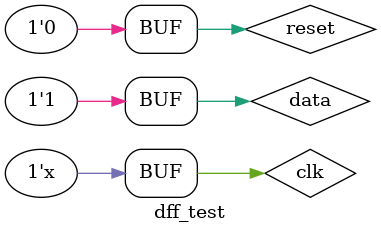
<source format=v>
`timescale 1ns/10ps
`include "d_flipflop.v"

module dff_test();

wire    out_wire;
reg     data, clk, reset;
parameter CDELAY = 5;

d_flipflop dut(
         .q(out_wire)      
        ,.d(data)    
        ,.clk(clk)        
        ,.reset(reset)       
);

initial
begin
        reset = 1'b0;
        data = 1'b1;
        clk = 1'b0;
        #10 reset = 1'b1;
        #15 reset = 1'b0;

	//data <= 1'b0;
	//reset <= 1'b1;
	//reset <= 1'b0;
	//data <= 1'b1;
	//data <= 1'b0;

end

always begin
        #(CDELAY) clk = !clk;
end
endmodule

</source>
